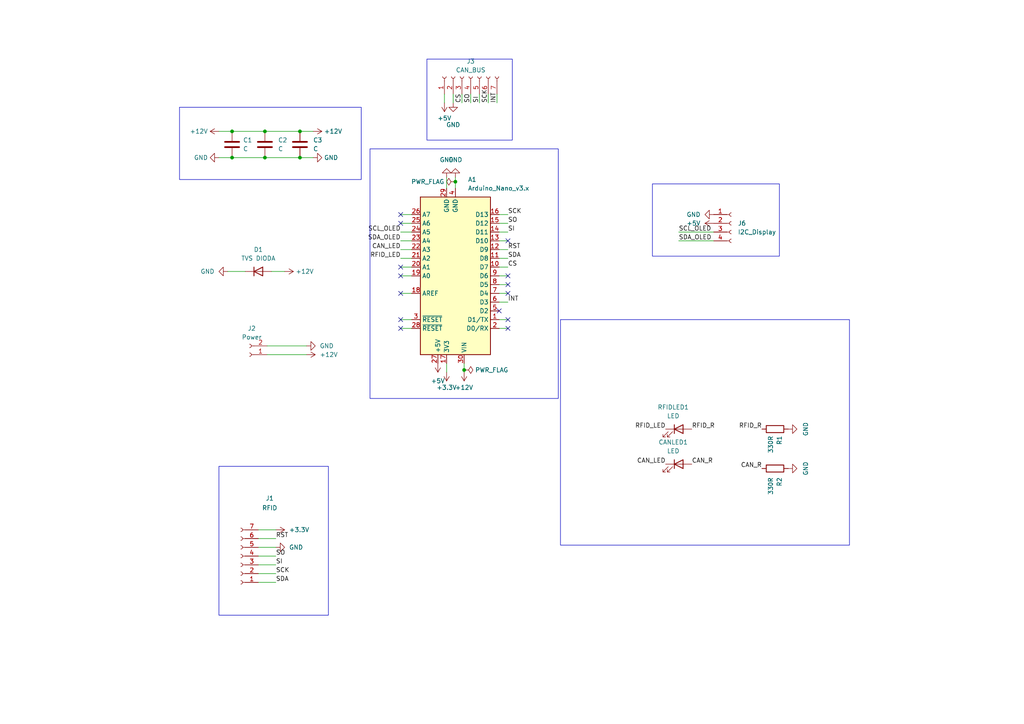
<source format=kicad_sch>
(kicad_sch (version 20231120) (generator "eeschema") (generator_version "8.0")
  (paper "A4")
  (lib_symbols
    (symbol "Connector:Conn_01x02_Socket" (pin_names (offset 1.016) hide)
      (property "Reference" "J" (at 0 2.54 0))
      (property "Value" "Conn_01x02_Socket" (at 0 -5.08 0))
      (symbol "Conn_01x02_Socket_1_1"
        (arc (start 0 -2.032) (mid -0.5058 -2.54) (end 0 -3.048) (stroke (width 0.1524)))
        (polyline (pts (xy -1.27 -2.54) (xy -0.508 -2.54)) (stroke (width 0.1524)))
        (polyline (pts (xy -1.27 0) (xy -0.508 0)) (stroke (width 0.1524)))
        (arc (start 0 0.508) (mid -0.5058 0) (end 0 -0.508) (stroke (width 0.1524)))
        (pin passive line (at -5.08 0 0) (length 3.81) (name "Pin_1") (number "1"))
        (pin passive line (at -5.08 -2.54 0) (length 3.81) (name "Pin_2") (number "2"))
      )
    )
    (symbol "Connector:Conn_01x04_Socket" (pin_names (offset 1.016) hide)
      (property "Reference" "J" (at 0 5.08 0))
      (property "Value" "Conn_01x04_Socket" (at 0 -7.62 0))
      (symbol "Conn_01x04_Socket_1_1"
        (arc (start 0 -4.572) (mid -0.5058 -5.08) (end 0 -5.588) (stroke (width 0.1524)))
        (arc (start 0 -2.032) (mid -0.5058 -2.54) (end 0 -3.048) (stroke (width 0.1524)))
        (polyline (pts (xy -1.27 -5.08) (xy -0.508 -5.08)) (stroke (width 0.1524)))
        (polyline (pts (xy -1.27 -2.54) (xy -0.508 -2.54)) (stroke (width 0.1524)))
        (polyline (pts (xy -1.27 0) (xy -0.508 0)) (stroke (width 0.1524)))
        (polyline (pts (xy -1.27 2.54) (xy -0.508 2.54)) (stroke (width 0.1524)))
        (arc (start 0 0.508) (mid -0.5058 0) (end 0 -0.508) (stroke (width 0.1524)))
        (arc (start 0 3.048) (mid -0.5058 2.54) (end 0 2.032) (stroke (width 0.1524)))
        (pin passive line (at -5.08 2.54 0) (length 3.81) (name "Pin_1") (number "1"))
        (pin passive line (at -5.08 0 0) (length 3.81) (name "Pin_2") (number "2"))
        (pin passive line (at -5.08 -2.54 0) (length 3.81) (name "Pin_3") (number "3"))
        (pin passive line (at -5.08 -5.08 0) (length 3.81) (name "Pin_4") (number "4"))
      )
    )
    (symbol "Connector:Conn_01x07_Socket" (pin_names (offset 1.016) hide)
      (property "Reference" "J" (at 0 10.16 0))
      (property "Value" "Conn_01x07_Socket" (at 0 -10.16 0))
      (symbol "Conn_01x07_Socket_1_1"
        (arc (start 0 -7.112) (mid -0.5058 -7.62) (end 0 -8.128) (stroke (width 0.1524)))
        (arc (start 0 -4.572) (mid -0.5058 -5.08) (end 0 -5.588) (stroke (width 0.1524)))
        (arc (start 0 -2.032) (mid -0.5058 -2.54) (end 0 -3.048) (stroke (width 0.1524)))
        (polyline (pts (xy -1.27 -7.62) (xy -0.508 -7.62)) (stroke (width 0.1524)))
        (polyline (pts (xy -1.27 -5.08) (xy -0.508 -5.08)) (stroke (width 0.1524)))
        (polyline (pts (xy -1.27 -2.54) (xy -0.508 -2.54)) (stroke (width 0.1524)))
        (polyline (pts (xy -1.27 0) (xy -0.508 0)) (stroke (width 0.1524)))
        (polyline (pts (xy -1.27 2.54) (xy -0.508 2.54)) (stroke (width 0.1524)))
        (polyline (pts (xy -1.27 5.08) (xy -0.508 5.08)) (stroke (width 0.1524)))
        (polyline (pts (xy -1.27 7.62) (xy -0.508 7.62)) (stroke (width 0.1524)))
        (arc (start 0 0.508) (mid -0.5058 0) (end 0 -0.508) (stroke (width 0.1524)))
        (arc (start 0 3.048) (mid -0.5058 2.54) (end 0 2.032) (stroke (width 0.1524)))
        (arc (start 0 5.588) (mid -0.5058 5.08) (end 0 4.572) (stroke (width 0.1524)))
        (arc (start 0 8.128) (mid -0.5058 7.62) (end 0 7.112) (stroke (width 0.1524)))
        (pin passive line (at -5.08 7.62 0) (length 3.81) (name "Pin_1") (number "1"))
        (pin passive line (at -5.08 5.08 0) (length 3.81) (name "Pin_2") (number "2"))
        (pin passive line (at -5.08 2.54 0) (length 3.81) (name "Pin_3") (number "3"))
        (pin passive line (at -5.08 0 0) (length 3.81) (name "Pin_4") (number "4"))
        (pin passive line (at -5.08 -2.54 0) (length 3.81) (name "Pin_5") (number "5"))
        (pin passive line (at -5.08 -5.08 0) (length 3.81) (name "Pin_6") (number "6"))
        (pin passive line (at -5.08 -7.62 0) (length 3.81) (name "Pin_7") (number "7"))
      )
    )
    (symbol "Device:C" (pin_numbers hide) (pin_names (offset 0.254))
      (property "Reference" "C" (at 0.635 2.54 0))
      (property "Value" "C" (at 0.635 -2.54 0))
      (symbol "C_0_1"
        (polyline (pts (xy -2.032 -0.762) (xy 2.032 -0.762)) (stroke (width 0.508)))
        (polyline (pts (xy -2.032 0.762) (xy 2.032 0.762)) (stroke (width 0.508)))
      )
      (symbol "C_1_1"
        (pin passive line (at 0 3.81 270) (length 2.794) (name "~") (number "1"))
        (pin passive line (at 0 -3.81 90) (length 2.794) (name "~") (number "2"))
      )
    )
    (symbol "Device:D" (pin_numbers hide) (pin_names (offset 1.016) hide)
      (property "Reference" "D" (at 0 2.54 0))
      (property "Value" "D" (at 0 -2.54 0))
      (symbol "D_0_1"
        (polyline (pts (xy -1.27 1.27) (xy -1.27 -1.27)) (stroke (width 0.254)))
        (polyline (pts (xy 1.27 0) (xy -1.27 0)))
        (polyline (pts (xy 1.27 1.27) (xy 1.27 -1.27) (xy -1.27 0) (xy 1.27 1.27)) (stroke (width 0.254)))
      )
      (symbol "D_1_1"
        (pin passive line (at -3.81 0 0) (length 2.54) (name "K") (number "1"))
        (pin passive line (at 3.81 0 180) (length 2.54) (name "A") (number "2"))
      )
    )
    (symbol "Device:LED" (pin_numbers hide) (pin_names (offset 1.016) hide)
      (property "Reference" "D" (at 0 2.54 0))
      (property "Value" "LED" (at 0 -2.54 0))
      (symbol "LED_0_1"
        (polyline (pts (xy -1.27 -1.27) (xy -1.27 1.27)) (stroke (width 0.254)))
        (polyline (pts (xy -1.27 0) (xy 1.27 0)))
        (polyline (pts (xy 1.27 -1.27) (xy 1.27 1.27) (xy -1.27 0) (xy 1.27 -1.27)) (stroke (width 0.254)))
        (polyline (pts (xy -3.048 -0.762) (xy -4.572 -2.286) (xy -3.81 -2.286) (xy -4.572 -2.286) (xy -4.572 -1.524)))
        (polyline (pts (xy -1.778 -0.762) (xy -3.302 -2.286) (xy -2.54 -2.286) (xy -3.302 -2.286) (xy -3.302 -1.524)))
      )
      (symbol "LED_1_1"
        (pin passive line (at -3.81 0 0) (length 2.54) (name "K") (number "1"))
        (pin passive line (at 3.81 0 180) (length 2.54) (name "A") (number "2"))
      )
    )
    (symbol "Device:R" (pin_numbers hide) (pin_names (offset 0))
      (property "Reference" "R" (at 2.032 0 90))
      (property "Value" "R" (at 0 0 90))
      (symbol "R_0_1"
        (rectangle (start -1.016 -2.54) (end 1.016 2.54) (stroke (width 0.254)))
      )
      (symbol "R_1_1"
        (pin passive line (at 0 3.81 270) (length 1.27) (name "~") (number "1"))
        (pin passive line (at 0 -3.81 90) (length 1.27) (name "~") (number "2"))
      )
    )
    (symbol "MCU_Module:Arduino_Nano_v3.x"
      (property "Reference" "A" (at -10.16 23.495 0))
      (property "Value" "Arduino_Nano_v3.x" (at 5.08 -24.13 0))
      (symbol "Arduino_Nano_v3.x_0_1"
        (rectangle (start -10.16 22.86) (end 10.16 -22.86) (stroke (width 0.254)) (fill (type background)))
      )
      (symbol "Arduino_Nano_v3.x_1_1"
        (pin bidirectional line (at -12.7 12.7 0) (length 2.54) (name "D1/TX") (number "1"))
        (pin bidirectional line (at -12.7 -2.54 0) (length 2.54) (name "D7") (number "10"))
        (pin bidirectional line (at -12.7 -5.08 0) (length 2.54) (name "D8") (number "11"))
        (pin bidirectional line (at -12.7 -7.62 0) (length 2.54) (name "D9") (number "12"))
        (pin bidirectional line (at -12.7 -10.16 0) (length 2.54) (name "D10") (number "13"))
        (pin bidirectional line (at -12.7 -12.7 0) (length 2.54) (name "D11") (number "14"))
        (pin bidirectional line (at -12.7 -15.24 0) (length 2.54) (name "D12") (number "15"))
        (pin bidirectional line (at -12.7 -17.78 0) (length 2.54) (name "D13") (number "16"))
        (pin power_out line (at 2.54 25.4 270) (length 2.54) (name "3V3") (number "17"))
        (pin input line (at 12.7 5.08 180) (length 2.54) (name "AREF") (number "18"))
        (pin bidirectional line (at 12.7 0 180) (length 2.54) (name "A0") (number "19"))
        (pin bidirectional line (at -12.7 15.24 0) (length 2.54) (name "D0/RX") (number "2"))
        (pin bidirectional line (at 12.7 -2.54 180) (length 2.54) (name "A1") (number "20"))
        (pin bidirectional line (at 12.7 -5.08 180) (length 2.54) (name "A2") (number "21"))
        (pin bidirectional line (at 12.7 -7.62 180) (length 2.54) (name "A3") (number "22"))
        (pin bidirectional line (at 12.7 -10.16 180) (length 2.54) (name "A4") (number "23"))
        (pin bidirectional line (at 12.7 -12.7 180) (length 2.54) (name "A5") (number "24"))
        (pin bidirectional line (at 12.7 -15.24 180) (length 2.54) (name "A6") (number "25"))
        (pin bidirectional line (at 12.7 -17.78 180) (length 2.54) (name "A7") (number "26"))
        (pin power_out line (at 5.08 25.4 270) (length 2.54) (name "+5V") (number "27"))
        (pin input line (at 12.7 15.24 180) (length 2.54) (name "~{RESET}") (number "28"))
        (pin power_in line (at 2.54 -25.4 90) (length 2.54) (name "GND") (number "29"))
        (pin input line (at 12.7 12.7 180) (length 2.54) (name "~{RESET}") (number "3"))
        (pin power_in line (at -2.54 25.4 270) (length 2.54) (name "VIN") (number "30"))
        (pin power_in line (at 0 -25.4 90) (length 2.54) (name "GND") (number "4"))
        (pin bidirectional line (at -12.7 10.16 0) (length 2.54) (name "D2") (number "5"))
        (pin bidirectional line (at -12.7 7.62 0) (length 2.54) (name "D3") (number "6"))
        (pin bidirectional line (at -12.7 5.08 0) (length 2.54) (name "D4") (number "7"))
        (pin bidirectional line (at -12.7 2.54 0) (length 2.54) (name "D5") (number "8"))
        (pin bidirectional line (at -12.7 0 0) (length 2.54) (name "D6") (number "9"))
      )
    )
    (symbol "power:+12V" (power) (pin_names (offset 0))
      (property "Value" "+12V" (at 0 3.556 0))
      (symbol "+12V_0_1"
        (polyline (pts (xy -0.762 1.27) (xy 0 2.54)))
        (polyline (pts (xy 0 0) (xy 0 2.54)))
        (polyline (pts (xy 0 2.54) (xy 0.762 1.27)))
      )
      (symbol "+12V_1_1"
        (pin power_in line (at 0 0 90) (length 0) hide (name "+12V") (number "1"))
      )
    )
    (symbol "power:+3.3V" (power) (pin_names (offset 0))
      (property "Value" "+3.3V" (at 0 3.556 0))
      (symbol "+3.3V_0_1"
        (polyline (pts (xy -0.762 1.27) (xy 0 2.54)))
        (polyline (pts (xy 0 0) (xy 0 2.54)))
        (polyline (pts (xy 0 2.54) (xy 0.762 1.27)))
      )
      (symbol "+3.3V_1_1"
        (pin power_in line (at 0 0 90) (length 0) hide (name "+3.3V") (number "1"))
      )
    )
    (symbol "power:+5V" (power) (pin_names (offset 0))
      (property "Value" "+5V" (at 0 3.556 0))
      (symbol "+5V_0_1"
        (polyline (pts (xy -0.762 1.27) (xy 0 2.54)))
        (polyline (pts (xy 0 0) (xy 0 2.54)))
        (polyline (pts (xy 0 2.54) (xy 0.762 1.27)))
      )
      (symbol "+5V_1_1"
        (pin power_in line (at 0 0 90) (length 0) hide (name "+5V") (number "1"))
      )
    )
    (symbol "power:GND" (power) (pin_names (offset 0))
      (property "Value" "GND" (at 0 -3.81 0))
      (symbol "GND_0_1"
        (polyline (pts (xy 0 0) (xy 0 -1.27) (xy 1.27 -1.27) (xy 0 -2.54) (xy -1.27 -1.27) (xy 0 -1.27)))
      )
      (symbol "GND_1_1"
        (pin power_in line (at 0 0 270) (length 0) hide (name "GND") (number "1"))
      )
    )
    (symbol "power:PWR_FLAG" (power) (pin_numbers hide) (pin_names (offset 0) hide)
      (property "Value" "PWR_FLAG" (at 0 3.81 0))
      (symbol "PWR_FLAG_0_0"
        (pin power_out line (at 0 0 90) (length 0) (name "pwr") (number "1"))
      )
      (symbol "PWR_FLAG_0_1"
        (polyline (pts (xy 0 0) (xy 0 1.27) (xy -1.016 1.905) (xy 0 2.54) (xy 1.016 1.905) (xy 0 1.27)))
      )
    )
  )
  (junction (at 76.835 45.72))
  (junction (at 86.995 38.1))
  (junction (at 76.835 38.1))
  (junction (at 86.995 45.72))
  (junction (at 67.31 45.72))
  (junction (at 67.31 38.1))
  (junction (at 134.62 107.315))
  (junction (at 132.08 52.705))
  (no_connect (at 147.32 80.01))
  (no_connect (at 116.205 92.71))
  (no_connect (at 147.32 95.25))
  (no_connect (at 116.205 62.23))
  (no_connect (at 147.32 92.71))
  (no_connect (at 116.205 85.09))
  (no_connect (at 147.32 82.55))
  (no_connect (at 147.32 85.09))
  (no_connect (at 116.205 95.25))
  (no_connect (at 144.78 90.17))
  (no_connect (at 147.32 69.85))
  (no_connect (at 116.205 80.01))
  (no_connect (at 116.205 64.77))
  (no_connect (at 116.205 77.47))
  (wire (pts (xy 86.995 38.1) (xy 90.805 38.1)))
  (wire (pts (xy 144.78 92.71) (xy 147.32 92.71)))
  (wire (pts (xy 144.145 27.305) (xy 144.145 29.845)))
  (wire (pts (xy 144.78 87.63) (xy 147.32 87.63)))
  (wire (pts (xy 116.205 85.09) (xy 119.38 85.09)))
  (wire (pts (xy 77.47 102.87) (xy 88.9 102.87)))
  (wire (pts (xy 63.5 45.72) (xy 67.31 45.72)))
  (wire (pts (xy 86.995 45.72) (xy 90.805 45.72)))
  (wire (pts (xy 133.985 27.305) (xy 133.985 29.845)))
  (wire (pts (xy 144.78 85.09) (xy 147.32 85.09)))
  (wire (pts (xy 74.93 168.91) (xy 80.01 168.91)))
  (wire (pts (xy 144.78 82.55) (xy 147.32 82.55)))
  (wire (pts (xy 116.205 80.01) (xy 119.38 80.01)))
  (wire (pts (xy 144.78 64.77) (xy 147.32 64.77)))
  (wire (pts (xy 129.54 51.435) (xy 129.54 54.61)))
  (wire (pts (xy 116.205 95.25) (xy 119.38 95.25)))
  (wire (pts (xy 67.31 45.72) (xy 76.835 45.72)))
  (wire (pts (xy 116.205 74.93) (xy 119.38 74.93)))
  (wire (pts (xy 116.205 69.85) (xy 119.38 69.85)))
  (wire (pts (xy 74.93 163.83) (xy 80.01 163.83)))
  (wire (pts (xy 132.08 52.705) (xy 132.08 54.61)))
  (wire (pts (xy 74.93 153.67) (xy 80.01 153.67)))
  (wire (pts (xy 76.835 38.1) (xy 86.995 38.1)))
  (wire (pts (xy 67.31 38.1) (xy 76.835 38.1)))
  (wire (pts (xy 116.205 64.77) (xy 119.38 64.77)))
  (wire (pts (xy 77.47 100.33) (xy 88.9 100.33)))
  (wire (pts (xy 78.74 78.74) (xy 82.55 78.74)))
  (wire (pts (xy 144.78 72.39) (xy 147.32 72.39)))
  (wire (pts (xy 144.78 74.93) (xy 147.32 74.93)))
  (wire (pts (xy 131.445 27.305) (xy 131.445 29.845)))
  (wire (pts (xy 74.93 158.75) (xy 80.01 158.75)))
  (wire (pts (xy 116.205 72.39) (xy 119.38 72.39)))
  (wire (pts (xy 134.62 107.315) (xy 134.62 107.95)))
  (wire (pts (xy 128.905 27.305) (xy 128.905 29.845)))
  (wire (pts (xy 144.78 67.31) (xy 147.32 67.31)))
  (wire (pts (xy 134.62 105.41) (xy 134.62 107.315)))
  (wire (pts (xy 66.04 78.74) (xy 71.12 78.74)))
  (wire (pts (xy 116.205 77.47) (xy 119.38 77.47)))
  (wire (pts (xy 144.78 80.01) (xy 147.32 80.01)))
  (wire (pts (xy 144.78 69.85) (xy 147.32 69.85)))
  (wire (pts (xy 116.205 92.71) (xy 119.38 92.71)))
  (wire (pts (xy 74.93 156.21) (xy 80.01 156.21)))
  (wire (pts (xy 136.525 27.305) (xy 136.525 29.845)))
  (wire (pts (xy 76.835 45.72) (xy 86.995 45.72)))
  (wire (pts (xy 116.205 67.31) (xy 119.38 67.31)))
  (wire (pts (xy 74.93 161.29) (xy 80.01 161.29)))
  (wire (pts (xy 74.93 166.37) (xy 80.01 166.37)))
  (wire (pts (xy 196.85 69.85) (xy 207.01 69.85)))
  (wire (pts (xy 116.205 62.23) (xy 119.38 62.23)))
  (wire (pts (xy 196.85 67.31) (xy 207.01 67.31)))
  (wire (pts (xy 144.78 62.23) (xy 147.32 62.23)))
  (wire (pts (xy 144.78 95.25) (xy 147.32 95.25)))
  (wire (pts (xy 132.08 51.435) (xy 132.08 52.705)))
  (wire (pts (xy 63.5 38.1) (xy 67.31 38.1)))
  (wire (pts (xy 144.78 77.47) (xy 147.32 77.47)))
  (wire (pts (xy 139.065 27.305) (xy 139.065 29.845)))
  (wire (pts (xy 141.605 27.305) (xy 141.605 29.845)))
  (wire (pts (xy 129.54 105.41) (xy 129.54 107.95)))
  (rectangle (start 189.23 53.34) (end 226.06 74.295))
  (rectangle (start 52.07 31.115) (end 104.775 52.07))
  (rectangle (start 107.315 43.18) (end 161.925 115.57))
  (rectangle (start 123.825 17.145) (end 148.59 40.64))
  (rectangle (start 162.56 92.71) (end 246.38 158.115))
  (rectangle (start 63.5 135.255) (end 95.25 178.435))
  (label "RFID_LED" (at 116.205 74.93 180))
  (label "CAN_LED" (at 116.205 72.39 180))
  (label "SO" (at 147.32 64.77 0))
  (label "SCK" (at 141.605 29.845 90))
  (label "SCL_OLED" (at 116.205 67.31 180))
  (label "SO" (at 136.525 29.845 90))
  (label "RFID_LED" (at 193.04 124.46 180))
  (label "SCK" (at 80.01 166.37 0))
  (label "CAN_LED" (at 193.04 134.62 180))
  (label "SI" (at 147.32 67.31 0))
  (label "SDA" (at 147.32 74.93 0))
  (label "CS" (at 133.985 29.845 90))
  (label "RST" (at 80.01 156.21 0))
  (label "SDA_OLED" (at 116.205 69.85 180))
  (label "RFID_R" (at 200.66 124.46 0))
  (label "SDA" (at 80.01 168.91 0))
  (label "CS" (at 147.32 77.47 0))
  (label "CAN_R" (at 220.98 135.89 180))
  (label "RFID_R" (at 220.98 124.46 180))
  (label "SI" (at 139.065 29.845 90))
  (label "SDA_OLED" (at 196.85 69.85 0))
  (label "RST" (at 147.32 72.39 0))
  (label "SI" (at 80.01 163.83 0))
  (label "INT" (at 144.145 29.845 90))
  (label "CAN_R" (at 200.66 134.62 0))
  (label "INT" (at 147.32 87.63 0))
  (label "SO" (at 80.01 161.29 0))
  (label "SCK" (at 147.32 62.23 0))
  (label "SCL_OLED" (at 196.85 67.31 0))
  (symbol (lib_id "power:PWR_FLAG") (at 132.08 52.705 90) (unit 1)
    (property "Reference" "#FLG01" (effects (hide yes)))
    (property "Value" "PWR_FLAG" (at 128.905 52.705 90) (effects (justify left)))
  )
  (symbol (lib_id "power:+5V") (at 127 105.41 180) (unit 1)
    (property "Reference" "#PWR011" (effects (hide yes)))
    (property "Value" "+5V" (at 127 110.49 0))
  )
  (symbol (lib_id "MCU_Module:Arduino_Nano_v3.x") (at 132.08 80.01 180) (unit 1)
    (property "Reference" "A1" (at 135.7061 52.07 0) (effects (justify right)))
    (property "Value" "Arduino_Nano_v3.x" (at 135.7061 54.61 0) (effects (justify right)))
    (property "Footprint" "Module:Arduino_Nano" (effects (hide yes)))
    (property "Datasheet" "http://www.mouser.com/pdfdocs/Gravitech_Arduino_Nano3_0.pdf" (effects (hide yes)))
  )
  (symbol (lib_id "Connector:Conn_01x07_Socket") (at 136.525 22.225 90) (unit 1)
    (property "Reference" "J3" (at 136.525 17.78 90))
    (property "Value" "CAN_BUS" (at 136.525 20.32 90))
    (property "Footprint" "Connector_JST:JST_XH_B7B-XH-A_1x07_P2.50mm_Vertical" (effects (hide yes)))
  )
  (symbol (lib_id "power:+12V") (at 82.55 78.74 270) (unit 1)
    (property "Reference" "#PWR01" (effects (hide yes)))
    (property "Value" "+12V" (at 85.725 78.74 90) (effects (justify left)))
  )
  (symbol (lib_id "power:+5V") (at 128.905 29.845 180) (unit 1)
    (property "Reference" "#PWR09" (effects (hide yes)))
    (property "Value" "+5V" (at 128.905 34.29 0))
  )
  (symbol (lib_id "Device:C") (at 67.31 41.91 0) (unit 1)
    (property "Reference" "C1" (at 70.485 40.64 0) (effects (justify left)))
    (property "Value" "C" (at 70.485 43.18 0) (effects (justify left)))
    (property "Footprint" "Capacitor_SMD:C_0805_2012Metric_Pad1.18x1.45mm_HandSolder" (effects (hide yes)))
  )
  (symbol (lib_id "power:GND") (at 207.01 62.23 270) (unit 1)
    (property "Reference" "#PWR018" (effects (hide yes)))
    (property "Value" "GND" (at 203.2 62.23 90) (effects (justify right)))
  )
  (symbol (lib_id "power:GND") (at 80.01 158.75 90) (unit 1)
    (property "Reference" "#PWR06" (effects (hide yes)))
    (property "Value" "GND" (at 83.82 158.75 90) (effects (justify right)))
  )
  (symbol (lib_id "Connector:Conn_01x02_Socket") (at 72.39 102.87 180) (unit 1)
    (property "Reference" "J2" (at 73.025 95.25 0))
    (property "Value" "Power" (at 73.025 97.79 0))
    (property "Footprint" "Connector_JST:JST_XH_B2B-XH-A_1x02_P2.50mm_Vertical" (effects (hide yes)))
    (property "Description" "Generic connector, single row, 01x02, script generated" (effects (hide yes)))
  )
  (symbol (lib_id "Device:LED") (at 196.85 134.62 0) (unit 1)
    (property "Reference" "CANLED1" (at 195.2625 128.27 0))
    (property "Value" "LED" (at 195.2625 130.81 0))
    (property "Footprint" "LED_SMD:LED_0805_2012Metric_Pad1.15x1.40mm_HandSolder" (effects (hide yes)))
    (property "Description" "Light emitting diode" (effects (hide yes)))
  )
  (symbol (lib_id "power:+12V") (at 90.805 38.1 270) (unit 1)
    (property "Reference" "#PWR07" (effects (hide yes)))
    (property "Value" "+12V" (at 93.98 38.1 90) (effects (justify left)))
  )
  (symbol (lib_id "power:+12V") (at 88.9 102.87 270) (unit 1)
    (property "Reference" "#PWR020" (effects (hide yes)))
    (property "Value" "+12V" (at 92.71 102.8699 90) (effects (justify left)))
  )
  (symbol (lib_id "Device:D") (at 74.93 78.74 0) (unit 1)
    (property "Reference" "D1" (at 74.93 72.39 0))
    (property "Value" "TVS DIODA" (at 74.93 74.93 0))
    (property "Footprint" "Diode_SMD:D_0805_2012Metric_Pad1.15x1.40mm_HandSolder" (effects (hide yes)))
    (property "Description" "Diode" (effects (hide yes)))
    (property "Sim.Device" "D" (effects (hide yes)))
    (property "Sim.Pins" "1=K 2=A" (effects (hide yes)))
  )
  (symbol (lib_id "power:GND") (at 90.805 45.72 90) (unit 1)
    (property "Reference" "#PWR08" (effects (hide yes)))
    (property "Value" "GND" (at 93.98 45.72 90) (effects (justify right)))
  )
  (symbol (lib_id "power:GND") (at 63.5 45.72 270) (unit 1)
    (property "Reference" "#PWR04" (effects (hide yes)))
    (property "Value" "GND" (at 60.325 45.72 90) (effects (justify right)))
  )
  (symbol (lib_id "Connector:Conn_01x04_Socket") (at 212.09 64.77 0) (unit 1)
    (property "Reference" "J6" (at 213.995 64.77 0) (effects (justify left)))
    (property "Value" "I2C_Display" (at 213.995 67.31 0) (effects (justify left)))
    (property "Footprint" "Connector_JST:JST_XH_B4B-XH-A_1x04_P2.50mm_Vertical" (effects (hide yes)))
  )
  (symbol (lib_id "power:+5V") (at 207.01 64.77 90) (unit 1)
    (property "Reference" "#PWR017" (effects (hide yes)))
    (property "Value" "+5V" (at 203.2 64.77 90) (effects (justify left)))
  )
  (symbol (lib_id "power:GND") (at 66.04 78.74 270) (unit 1)
    (property "Reference" "#PWR02" (effects (hide yes)))
    (property "Value" "GND" (at 62.23 78.7399 90) (effects (justify right)))
  )
  (symbol (lib_id "power:GND") (at 228.6 135.89 90) (unit 1)
    (property "Reference" "#PWR019" (effects (hide yes)))
    (property "Value" "GND" (at 233.68 135.89 0))
  )
  (symbol (lib_id "power:GND") (at 228.6 124.46 90) (unit 1)
    (property "Reference" "#PWR016" (effects (hide yes)))
    (property "Value" "GND" (at 233.68 124.46 0))
  )
  (symbol (lib_id "power:+3.3V") (at 129.54 107.95 180) (unit 1)
    (property "Reference" "#PWR013" (effects (hide yes)))
    (property "Value" "+3.3V" (at 129.54 112.395 0))
  )
  (symbol (lib_id "Device:LED") (at 196.85 124.46 0) (unit 1)
    (property "Reference" "RFIDLED1" (at 195.2625 118.11 0))
    (property "Value" "LED" (at 195.2625 120.65 0))
    (property "Footprint" "LED_SMD:LED_0805_2012Metric_Pad1.15x1.40mm_HandSolder" (effects (hide yes)))
    (property "Description" "Light emitting diode" (effects (hide yes)))
  )
  (symbol (lib_id "power:PWR_FLAG") (at 134.62 107.315 270) (unit 1)
    (property "Reference" "#FLG02" (effects (hide yes)))
    (property "Value" "PWR_FLAG" (at 137.795 107.315 90) (effects (justify left)))
  )
  (symbol (lib_id "power:GND") (at 131.445 29.845 0) (unit 1)
    (property "Reference" "#PWR010" (effects (hide yes)))
    (property "Value" "GND" (at 131.445 36.195 0))
  )
  (symbol (lib_id "Device:C") (at 86.995 41.91 0) (unit 1)
    (property "Reference" "C3" (at 90.805 40.64 0) (effects (justify left)))
    (property "Value" "C" (at 90.805 43.18 0) (effects (justify left)))
    (property "Footprint" "Capacitor_SMD:C_0805_2012Metric_Pad1.18x1.45mm_HandSolder" (effects (hide yes)))
  )
  (symbol (lib_id "power:GND") (at 88.9 100.33 90) (unit 1)
    (property "Reference" "#PWR021" (effects (hide yes)))
    (property "Value" "GND" (at 92.71 100.3299 90) (effects (justify right)))
  )
  (symbol (lib_id "Device:R") (at 224.79 124.46 90) (unit 1)
    (property "Reference" "R1" (at 226.06 126.365 0) (effects (justify right)))
    (property "Value" "330R" (at 223.52 126.365 0) (effects (justify right)))
    (property "Footprint" "Resistor_SMD:R_0805_2012Metric_Pad1.20x1.40mm_HandSolder" (effects (hide yes)))
  )
  (symbol (lib_id "Connector:Conn_01x07_Socket") (at 69.85 161.29 180) (unit 1)
    (property "Reference" "J1" (at 78.232 144.526 0))
    (property "Value" "RFID" (at 78.232 147.32 0))
    (property "Footprint" "Connector_JST:JST_XH_B7B-XH-A_1x07_P2.50mm_Vertical" (effects (hide yes)))
    (property "Description" "Generic connector, single row, 01x07, script generated" (effects (hide yes)))
  )
  (symbol (lib_id "Device:R") (at 224.79 135.89 270) (unit 1)
    (property "Reference" "R2" (at 226.06 138.43 0) (effects (justify left)))
    (property "Value" "330R" (at 223.52 138.43 0) (effects (justify left)))
    (property "Footprint" "Resistor_SMD:R_0805_2012Metric_Pad1.20x1.40mm_HandSolder" (effects (hide yes)))
  )
  (symbol (lib_id "Device:C") (at 76.835 41.91 0) (unit 1)
    (property "Reference" "C2" (at 80.645 40.64 0) (effects (justify left)))
    (property "Value" "C" (at 80.645 43.18 0) (effects (justify left)))
    (property "Footprint" "Capacitor_SMD:C_0805_2012Metric_Pad1.18x1.45mm_HandSolder" (effects (hide yes)))
  )
  (symbol (lib_id "power:+12V") (at 134.62 107.95 180) (unit 1)
    (property "Reference" "#PWR015" (effects (hide yes)))
    (property "Value" "+12V" (at 134.62 112.395 0))
  )
  (symbol (lib_id "power:GND") (at 129.54 51.435 180) (unit 1)
    (property "Reference" "#PWR012" (effects (hide yes)))
    (property "Value" "GND" (at 129.54 46.355 0))
  )
  (symbol (lib_id "power:+3.3V") (at 80.01 153.67 270) (unit 1)
    (property "Reference" "#PWR05" (effects (hide yes)))
    (property "Value" "+3.3V" (at 83.82 153.67 90) (effects (justify left)))
  )
  (symbol (lib_id "power:+12V") (at 63.5 38.1 90) (unit 1)
    (property "Reference" "#PWR03" (effects (hide yes)))
    (property "Value" "+12V" (at 60.325 38.1 90) (effects (justify left)))
  )
  (symbol (lib_id "power:GND") (at 132.08 51.435 180) (unit 1)
    (property "Reference" "#PWR014" (effects (hide yes)))
    (property "Value" "GND" (at 132.08 46.355 0))
  )
)
</source>
